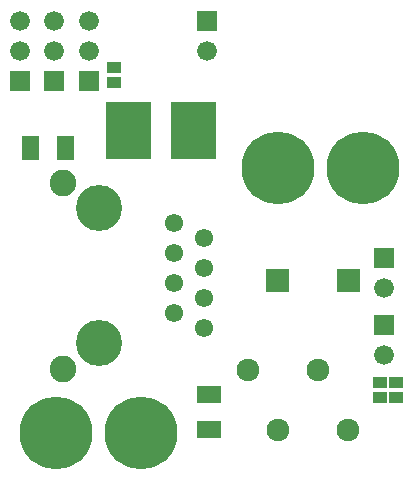
<source format=gbr>
G04 start of page 6 for group -4063 idx -4063 *
G04 Title: (unknown), componentmask *
G04 Creator: pcb 1.99z *
G04 CreationDate: Tue Dec  8 20:21:25 2015 UTC *
G04 For: commonadmin *
G04 Format: Gerber/RS-274X *
G04 PCB-Dimensions (mil): 1410.00 1650.00 *
G04 PCB-Coordinate-Origin: lower left *
%MOIN*%
%FSLAX25Y25*%
%LNTOPMASK*%
%ADD68R,0.1510X0.1510*%
%ADD67R,0.0355X0.0355*%
%ADD66R,0.0572X0.0572*%
%ADD65C,0.0759*%
%ADD64C,0.0887*%
%ADD63C,0.1536*%
%ADD62C,0.0611*%
%ADD61C,0.2422*%
%ADD60C,0.0660*%
%ADD59C,0.0001*%
G54D59*G36*
X124700Y82800D02*Y76200D01*
X131300D01*
Y82800D01*
X124700D01*
G37*
G54D60*X128000Y69500D03*
G54D59*G36*
X124700Y60300D02*Y53700D01*
X131300D01*
Y60300D01*
X124700D01*
G37*
G54D60*X128000Y47000D03*
G54D59*G36*
X112203Y75797D02*Y68203D01*
X119797D01*
Y75797D01*
X112203D01*
G37*
G54D61*X120846Y109500D03*
X92500D03*
G54D59*G36*
X88703Y75797D02*Y68203D01*
X96297D01*
Y75797D01*
X88703D01*
G37*
G54D62*X68000Y86000D03*
X58000Y91000D03*
Y81000D03*
G54D63*X33000Y96000D03*
G54D64*X20992Y104543D03*
G54D62*X68000Y76000D03*
X58000Y71000D03*
Y61000D03*
X68000Y66000D03*
Y56000D03*
G54D63*X33000Y51000D03*
G54D61*X18500Y21000D03*
X46846D03*
G54D65*X92500Y22000D03*
X116000D03*
X82500Y42000D03*
X106000D03*
G54D64*X20992Y42535D03*
G54D59*G36*
X26200Y141800D02*Y135200D01*
X32800D01*
Y141800D01*
X26200D01*
G37*
G54D60*X29500Y148500D03*
Y158500D03*
G54D59*G36*
X14700Y141800D02*Y135200D01*
X21300D01*
Y141800D01*
X14700D01*
G37*
G54D60*X18000Y148500D03*
Y158500D03*
G54D59*G36*
X3200Y141800D02*Y135200D01*
X9800D01*
Y141800D01*
X3200D01*
G37*
G54D60*X6500Y148500D03*
Y158500D03*
G54D59*G36*
X65700Y161800D02*Y155200D01*
X72300D01*
Y161800D01*
X65700D01*
G37*
G54D60*X69000Y148500D03*
G54D66*X68319Y34000D02*X70681D01*
X68319Y22190D02*X70681D01*
G54D67*X131508Y38000D02*X132492D01*
X131508Y32882D02*X132492D01*
X126008Y38000D02*X126992D01*
X126008Y32882D02*X126992D01*
G54D66*X21810Y117181D02*Y114819D01*
X10000Y117181D02*Y114819D01*
G54D68*X42700Y124000D02*Y120000D01*
X64500Y124000D02*Y120000D01*
G54D67*X37508Y137882D02*X38492D01*
X37508Y143000D02*X38492D01*
M02*

</source>
